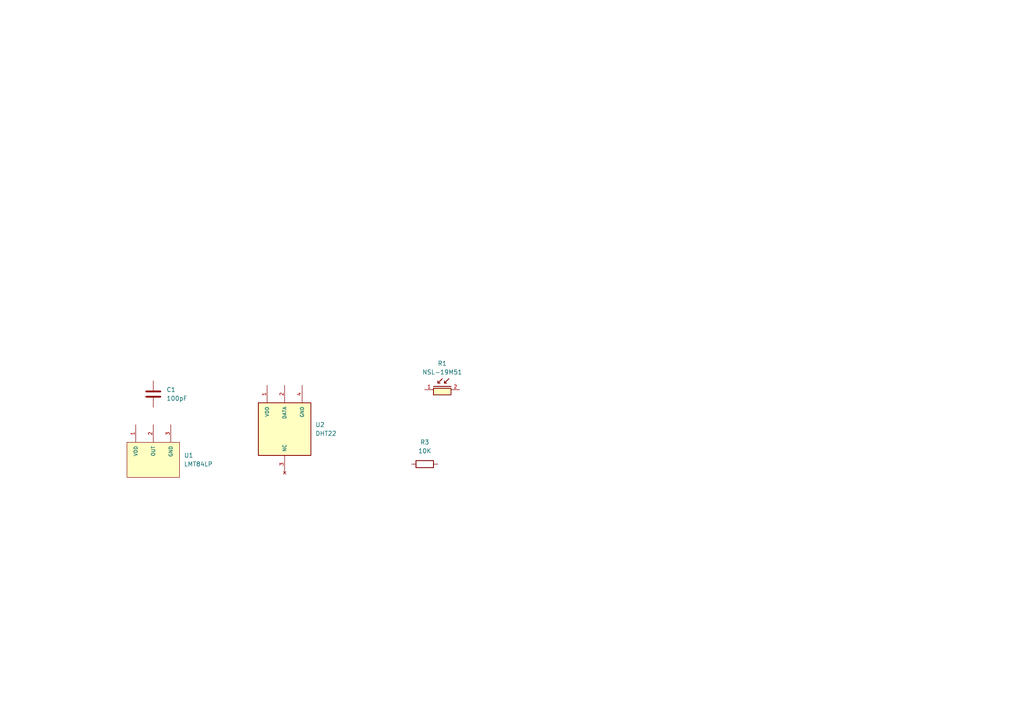
<source format=kicad_sch>
(kicad_sch
	(version 20250114)
	(generator "eeschema")
	(generator_version "9.0")
	(uuid "82e76da5-0746-4626-9683-a3fc5414fa7c")
	(paper "A4")
	(lib_symbols
		(symbol "DHT22:DHT22"
			(pin_names
				(offset 1.016)
			)
			(exclude_from_sim no)
			(in_bom yes)
			(on_board yes)
			(property "Reference" "U"
				(at -7.62 8.382 0)
				(effects
					(font
						(size 1.27 1.27)
					)
					(justify left bottom)
				)
			)
			(property "Value" "DHT22"
				(at -7.62 -10.16 0)
				(effects
					(font
						(size 1.27 1.27)
					)
					(justify left bottom)
				)
			)
			(property "Footprint" "DHT22:XDCR_DHT22"
				(at 0 0 0)
				(effects
					(font
						(size 1.27 1.27)
					)
					(justify bottom)
					(hide yes)
				)
			)
			(property "Datasheet" ""
				(at 0 0 0)
				(effects
					(font
						(size 1.27 1.27)
					)
					(hide yes)
				)
			)
			(property "Description" ""
				(at 0 0 0)
				(effects
					(font
						(size 1.27 1.27)
					)
					(hide yes)
				)
			)
			(property "MF" "Aosong Electronics"
				(at 0 0 0)
				(effects
					(font
						(size 1.27 1.27)
					)
					(justify bottom)
					(hide yes)
				)
			)
			(property "MAXIMUM_PACKAGE_HEIGHT" "7.8 mm"
				(at 0 0 0)
				(effects
					(font
						(size 1.27 1.27)
					)
					(justify bottom)
					(hide yes)
				)
			)
			(property "CREATOR" "KARTHIK"
				(at 0 0 0)
				(effects
					(font
						(size 1.27 1.27)
					)
					(justify bottom)
					(hide yes)
				)
			)
			(property "Price" "None"
				(at 0 0 0)
				(effects
					(font
						(size 1.27 1.27)
					)
					(justify bottom)
					(hide yes)
				)
			)
			(property "Package" "Package"
				(at 0 0 0)
				(effects
					(font
						(size 1.27 1.27)
					)
					(justify bottom)
					(hide yes)
				)
			)
			(property "Check_prices" "https://www.snapeda.com/parts/DHT22/Aosong+Electronics/view-part/?ref=eda"
				(at 0 0 0)
				(effects
					(font
						(size 1.27 1.27)
					)
					(justify bottom)
					(hide yes)
				)
			)
			(property "STANDARD" "IPC-7351B"
				(at 0 0 0)
				(effects
					(font
						(size 1.27 1.27)
					)
					(justify bottom)
					(hide yes)
				)
			)
			(property "SnapEDA_Link" "https://www.snapeda.com/parts/DHT22/Aosong+Electronics/view-part/?ref=snap"
				(at 0 0 0)
				(effects
					(font
						(size 1.27 1.27)
					)
					(justify bottom)
					(hide yes)
				)
			)
			(property "MP" "DHT22"
				(at 0 0 0)
				(effects
					(font
						(size 1.27 1.27)
					)
					(justify bottom)
					(hide yes)
				)
			)
			(property "Description_1" "Capacitive-type humidity and temperature module/sensor"
				(at 0 0 0)
				(effects
					(font
						(size 1.27 1.27)
					)
					(justify bottom)
					(hide yes)
				)
			)
			(property "Availability" "Not in stock"
				(at 0 0 0)
				(effects
					(font
						(size 1.27 1.27)
					)
					(justify bottom)
					(hide yes)
				)
			)
			(property "MANUFACTURER" "Aosong Electronics"
				(at 0 0 0)
				(effects
					(font
						(size 1.27 1.27)
					)
					(justify bottom)
					(hide yes)
				)
			)
			(symbol "DHT22_0_0"
				(rectangle
					(start -7.62 -7.62)
					(end 7.62 7.62)
					(stroke
						(width 0.254)
						(type default)
					)
					(fill
						(type background)
					)
				)
				(pin no_connect line
					(at -12.7 0 0)
					(length 5.08)
					(name "NC"
						(effects
							(font
								(size 1.016 1.016)
							)
						)
					)
					(number "3"
						(effects
							(font
								(size 1.016 1.016)
							)
						)
					)
				)
				(pin power_in line
					(at 12.7 5.08 180)
					(length 5.08)
					(name "VDD"
						(effects
							(font
								(size 1.016 1.016)
							)
						)
					)
					(number "1"
						(effects
							(font
								(size 1.016 1.016)
							)
						)
					)
				)
				(pin bidirectional line
					(at 12.7 0 180)
					(length 5.08)
					(name "DATA"
						(effects
							(font
								(size 1.016 1.016)
							)
						)
					)
					(number "2"
						(effects
							(font
								(size 1.016 1.016)
							)
						)
					)
				)
				(pin power_in line
					(at 12.7 -5.08 180)
					(length 5.08)
					(name "GND"
						(effects
							(font
								(size 1.016 1.016)
							)
						)
					)
					(number "4"
						(effects
							(font
								(size 1.016 1.016)
							)
						)
					)
				)
			)
			(embedded_fonts no)
		)
		(symbol "Device:C"
			(pin_numbers
				(hide yes)
			)
			(pin_names
				(offset 0.254)
			)
			(exclude_from_sim no)
			(in_bom yes)
			(on_board yes)
			(property "Reference" "C"
				(at 0.635 2.54 0)
				(effects
					(font
						(size 1.27 1.27)
					)
					(justify left)
				)
			)
			(property "Value" "C"
				(at 0.635 -2.54 0)
				(effects
					(font
						(size 1.27 1.27)
					)
					(justify left)
				)
			)
			(property "Footprint" ""
				(at 0.9652 -3.81 0)
				(effects
					(font
						(size 1.27 1.27)
					)
					(hide yes)
				)
			)
			(property "Datasheet" "~"
				(at 0 0 0)
				(effects
					(font
						(size 1.27 1.27)
					)
					(hide yes)
				)
			)
			(property "Description" "Unpolarized capacitor"
				(at 0 0 0)
				(effects
					(font
						(size 1.27 1.27)
					)
					(hide yes)
				)
			)
			(property "ki_keywords" "cap capacitor"
				(at 0 0 0)
				(effects
					(font
						(size 1.27 1.27)
					)
					(hide yes)
				)
			)
			(property "ki_fp_filters" "C_*"
				(at 0 0 0)
				(effects
					(font
						(size 1.27 1.27)
					)
					(hide yes)
				)
			)
			(symbol "C_0_1"
				(polyline
					(pts
						(xy -2.032 0.762) (xy 2.032 0.762)
					)
					(stroke
						(width 0.508)
						(type default)
					)
					(fill
						(type none)
					)
				)
				(polyline
					(pts
						(xy -2.032 -0.762) (xy 2.032 -0.762)
					)
					(stroke
						(width 0.508)
						(type default)
					)
					(fill
						(type none)
					)
				)
			)
			(symbol "C_1_1"
				(pin passive line
					(at 0 3.81 270)
					(length 2.794)
					(name "~"
						(effects
							(font
								(size 1.27 1.27)
							)
						)
					)
					(number "1"
						(effects
							(font
								(size 1.27 1.27)
							)
						)
					)
				)
				(pin passive line
					(at 0 -3.81 90)
					(length 2.794)
					(name "~"
						(effects
							(font
								(size 1.27 1.27)
							)
						)
					)
					(number "2"
						(effects
							(font
								(size 1.27 1.27)
							)
						)
					)
				)
			)
			(embedded_fonts no)
		)
		(symbol "Device:R"
			(pin_numbers
				(hide yes)
			)
			(pin_names
				(offset 0)
			)
			(exclude_from_sim no)
			(in_bom yes)
			(on_board yes)
			(property "Reference" "R"
				(at 2.032 0 90)
				(effects
					(font
						(size 1.27 1.27)
					)
				)
			)
			(property "Value" "R"
				(at 0 0 90)
				(effects
					(font
						(size 1.27 1.27)
					)
				)
			)
			(property "Footprint" ""
				(at -1.778 0 90)
				(effects
					(font
						(size 1.27 1.27)
					)
					(hide yes)
				)
			)
			(property "Datasheet" "~"
				(at 0 0 0)
				(effects
					(font
						(size 1.27 1.27)
					)
					(hide yes)
				)
			)
			(property "Description" "Resistor"
				(at 0 0 0)
				(effects
					(font
						(size 1.27 1.27)
					)
					(hide yes)
				)
			)
			(property "ki_keywords" "R res resistor"
				(at 0 0 0)
				(effects
					(font
						(size 1.27 1.27)
					)
					(hide yes)
				)
			)
			(property "ki_fp_filters" "R_*"
				(at 0 0 0)
				(effects
					(font
						(size 1.27 1.27)
					)
					(hide yes)
				)
			)
			(symbol "R_0_1"
				(rectangle
					(start -1.016 -2.54)
					(end 1.016 2.54)
					(stroke
						(width 0.254)
						(type default)
					)
					(fill
						(type none)
					)
				)
			)
			(symbol "R_1_1"
				(pin passive line
					(at 0 3.81 270)
					(length 1.27)
					(name "~"
						(effects
							(font
								(size 1.27 1.27)
							)
						)
					)
					(number "1"
						(effects
							(font
								(size 1.27 1.27)
							)
						)
					)
				)
				(pin passive line
					(at 0 -3.81 90)
					(length 1.27)
					(name "~"
						(effects
							(font
								(size 1.27 1.27)
							)
						)
					)
					(number "2"
						(effects
							(font
								(size 1.27 1.27)
							)
						)
					)
				)
			)
			(embedded_fonts no)
		)
		(symbol "LMT84LP:LMT84LP"
			(pin_names
				(offset 1.016)
			)
			(exclude_from_sim no)
			(in_bom yes)
			(on_board yes)
			(property "Reference" "U"
				(at -5.08 8.128 0)
				(effects
					(font
						(size 1.27 1.27)
					)
					(justify left bottom)
				)
			)
			(property "Value" "LMT84LP"
				(at -5.08 -10.16 0)
				(effects
					(font
						(size 1.27 1.27)
					)
					(justify left bottom)
				)
			)
			(property "Footprint" "LMT84LP:TO92127P521H1034-3"
				(at 0 0 0)
				(effects
					(font
						(size 1.27 1.27)
					)
					(justify bottom)
					(hide yes)
				)
			)
			(property "Datasheet" ""
				(at 0 0 0)
				(effects
					(font
						(size 1.27 1.27)
					)
					(hide yes)
				)
			)
			(property "Description" ""
				(at 0 0 0)
				(effects
					(font
						(size 1.27 1.27)
					)
					(hide yes)
				)
			)
			(property "MF" "Texas Instruments"
				(at 0 0 0)
				(effects
					(font
						(size 1.27 1.27)
					)
					(justify bottom)
					(hide yes)
				)
			)
			(property "MAXIMUM_PACKAGE_HEIGHT" "7.88mm"
				(at 0 0 0)
				(effects
					(font
						(size 1.27 1.27)
					)
					(justify bottom)
					(hide yes)
				)
			)
			(property "Package" "TO-92-3 Texas Instruments"
				(at 0 0 0)
				(effects
					(font
						(size 1.27 1.27)
					)
					(justify bottom)
					(hide yes)
				)
			)
			(property "Price" "None"
				(at 0 0 0)
				(effects
					(font
						(size 1.27 1.27)
					)
					(justify bottom)
					(hide yes)
				)
			)
			(property "Check_prices" "https://www.snapeda.com/parts/LMT84LP/Texas+Instruments/view-part/?ref=eda"
				(at 0 0 0)
				(effects
					(font
						(size 1.27 1.27)
					)
					(justify bottom)
					(hide yes)
				)
			)
			(property "STANDARD" "IPC-7351B"
				(at 0 0 0)
				(effects
					(font
						(size 1.27 1.27)
					)
					(justify bottom)
					(hide yes)
				)
			)
			(property "PARTREV" "4215214/B"
				(at 0 0 0)
				(effects
					(font
						(size 1.27 1.27)
					)
					(justify bottom)
					(hide yes)
				)
			)
			(property "SnapEDA_Link" "https://www.snapeda.com/parts/LMT84LP/Texas+Instruments/view-part/?ref=snap"
				(at 0 0 0)
				(effects
					(font
						(size 1.27 1.27)
					)
					(justify bottom)
					(hide yes)
				)
			)
			(property "MP" "LMT84LP"
				(at 0 0 0)
				(effects
					(font
						(size 1.27 1.27)
					)
					(justify bottom)
					(hide yes)
				)
			)
			(property "Description_1" "1.5V-Capable, 10 uA Analog Output Temperature Sensor in SC70 and TO-92"
				(at 0 0 0)
				(effects
					(font
						(size 1.27 1.27)
					)
					(justify bottom)
					(hide yes)
				)
			)
			(property "Availability" "In Stock"
				(at 0 0 0)
				(effects
					(font
						(size 1.27 1.27)
					)
					(justify bottom)
					(hide yes)
				)
			)
			(property "MANUFACTURER" "Texas Instruments"
				(at 0 0 0)
				(effects
					(font
						(size 1.27 1.27)
					)
					(justify bottom)
					(hide yes)
				)
			)
			(symbol "LMT84LP_0_0"
				(rectangle
					(start -5.08 -7.62)
					(end 5.08 7.62)
					(stroke
						(width 0.1524)
						(type default)
					)
					(fill
						(type background)
					)
				)
				(pin power_in line
					(at 10.16 5.08 180)
					(length 5.08)
					(name "VDD"
						(effects
							(font
								(size 1.016 1.016)
							)
						)
					)
					(number "1"
						(effects
							(font
								(size 1.016 1.016)
							)
						)
					)
				)
				(pin output line
					(at 10.16 0 180)
					(length 5.08)
					(name "OUT"
						(effects
							(font
								(size 1.016 1.016)
							)
						)
					)
					(number "2"
						(effects
							(font
								(size 1.016 1.016)
							)
						)
					)
				)
				(pin power_in line
					(at 10.16 -5.08 180)
					(length 5.08)
					(name "GND"
						(effects
							(font
								(size 1.016 1.016)
							)
						)
					)
					(number "3"
						(effects
							(font
								(size 1.016 1.016)
							)
						)
					)
				)
			)
			(embedded_fonts no)
		)
		(symbol "NSL-19M51:NSL-19M51"
			(pin_names
				(offset 1.016)
			)
			(exclude_from_sim no)
			(in_bom yes)
			(on_board yes)
			(property "Reference" "R"
				(at -2.863 -3.1811 0)
				(effects
					(font
						(size 1.27 1.27)
					)
					(justify left bottom)
				)
			)
			(property "Value" "NSL-19M51"
				(at -2.8646 -5.411 0)
				(effects
					(font
						(size 1.27 1.27)
					)
					(justify left bottom)
				)
			)
			(property "Footprint" "NSL-19M51:NSL_19M51"
				(at 0 0 0)
				(effects
					(font
						(size 1.27 1.27)
					)
					(justify bottom)
					(hide yes)
				)
			)
			(property "Datasheet" ""
				(at 0 0 0)
				(effects
					(font
						(size 1.27 1.27)
					)
					(hide yes)
				)
			)
			(property "Description" ""
				(at 0 0 0)
				(effects
					(font
						(size 1.27 1.27)
					)
					(hide yes)
				)
			)
			(property "MF" "Advanced Photonix"
				(at 0 0 0)
				(effects
					(font
						(size 1.27 1.27)
					)
					(justify bottom)
					(hide yes)
				)
			)
			(property "Description_1" "CdS Cells 550nm 20 ~ 100kOhms @ 10 lux"
				(at 0 0 0)
				(effects
					(font
						(size 1.27 1.27)
					)
					(justify bottom)
					(hide yes)
				)
			)
			(property "Package" "Radial Advanced Photonix"
				(at 0 0 0)
				(effects
					(font
						(size 1.27 1.27)
					)
					(justify bottom)
					(hide yes)
				)
			)
			(property "Price" "None"
				(at 0 0 0)
				(effects
					(font
						(size 1.27 1.27)
					)
					(justify bottom)
					(hide yes)
				)
			)
			(property "SnapEDA_Link" "https://www.snapeda.com/parts/NSL-19M51/Advanced+Photonix/view-part/?ref=snap"
				(at 0 0 0)
				(effects
					(font
						(size 1.27 1.27)
					)
					(justify bottom)
					(hide yes)
				)
			)
			(property "MP" "NSL-19M51"
				(at 0 0 0)
				(effects
					(font
						(size 1.27 1.27)
					)
					(justify bottom)
					(hide yes)
				)
			)
			(property "Availability" "In Stock"
				(at 0 0 0)
				(effects
					(font
						(size 1.27 1.27)
					)
					(justify bottom)
					(hide yes)
				)
			)
			(property "Check_prices" "https://www.snapeda.com/parts/NSL-19M51/Advanced+Photonix/view-part/?ref=eda"
				(at 0 0 0)
				(effects
					(font
						(size 1.27 1.27)
					)
					(justify bottom)
					(hide yes)
				)
			)
			(symbol "NSL-19M51_0_0"
				(polyline
					(pts
						(xy -2.54 0.9525) (xy 2.54 0.9525)
					)
					(stroke
						(width 0.254)
						(type default)
					)
					(fill
						(type none)
					)
				)
				(rectangle
					(start -2.54 -1.4968)
					(end 2.54 0.4082)
					(stroke
						(width 0.254)
						(type default)
					)
					(fill
						(type background)
					)
				)
				(polyline
					(pts
						(xy -1.27 1.905) (xy -1.27 2.54)
					)
					(stroke
						(width 0.25)
						(type default)
					)
					(fill
						(type none)
					)
				)
				(polyline
					(pts
						(xy -1.27 1.905) (xy -0.635 1.905)
					)
					(stroke
						(width 0.25)
						(type default)
					)
					(fill
						(type none)
					)
				)
				(polyline
					(pts
						(xy 0 3.175) (xy -1.27 1.905)
					)
					(stroke
						(width 0.25)
						(type default)
					)
					(fill
						(type none)
					)
				)
				(polyline
					(pts
						(xy 0.635 1.905) (xy 0.635 2.54)
					)
					(stroke
						(width 0.25)
						(type default)
					)
					(fill
						(type none)
					)
				)
				(polyline
					(pts
						(xy 0.635 1.905) (xy 1.27 1.905)
					)
					(stroke
						(width 0.25)
						(type default)
					)
					(fill
						(type none)
					)
				)
				(polyline
					(pts
						(xy 1.905 3.175) (xy 0.635 1.905)
					)
					(stroke
						(width 0.25)
						(type default)
					)
					(fill
						(type none)
					)
				)
				(pin passive line
					(at -5.08 0 0)
					(length 2.54)
					(name "~"
						(effects
							(font
								(size 1.016 1.016)
							)
						)
					)
					(number "1"
						(effects
							(font
								(size 1.016 1.016)
							)
						)
					)
				)
				(pin passive line
					(at 5.08 0 180)
					(length 2.54)
					(name "~"
						(effects
							(font
								(size 1.016 1.016)
							)
						)
					)
					(number "2"
						(effects
							(font
								(size 1.016 1.016)
							)
						)
					)
				)
			)
			(embedded_fonts no)
		)
	)
	(symbol
		(lib_id "Device:R")
		(at 123.19 134.62 90)
		(unit 1)
		(exclude_from_sim no)
		(in_bom yes)
		(on_board yes)
		(dnp no)
		(fields_autoplaced yes)
		(uuid "51309247-7107-4c16-973d-18fc09bbe5d2")
		(property "Reference" "R3"
			(at 123.19 128.27 90)
			(effects
				(font
					(size 1.27 1.27)
				)
			)
		)
		(property "Value" "10K"
			(at 123.19 130.81 90)
			(effects
				(font
					(size 1.27 1.27)
				)
			)
		)
		(property "Footprint" "Resistor_THT:R_Axial_DIN0207_L6.3mm_D2.5mm_P7.62mm_Horizontal"
			(at 123.19 136.398 90)
			(effects
				(font
					(size 1.27 1.27)
				)
				(hide yes)
			)
		)
		(property "Datasheet" "~"
			(at 123.19 134.62 0)
			(effects
				(font
					(size 1.27 1.27)
				)
				(hide yes)
			)
		)
		(property "Description" "Resistor"
			(at 123.19 134.62 0)
			(effects
				(font
					(size 1.27 1.27)
				)
				(hide yes)
			)
		)
		(pin "2"
			(uuid "f1aac17e-f432-4236-808d-99cb4395ee5d")
		)
		(pin "1"
			(uuid "2c4ce854-a8cd-4944-b6de-0ff91185e73f")
		)
		(instances
			(project "3rd Yrs Project"
				(path "/82e76da5-0746-4626-9683-a3fc5414fa7c"
					(reference "R3")
					(unit 1)
				)
			)
		)
	)
	(symbol
		(lib_id "DHT22:DHT22")
		(at 82.55 124.46 90)
		(unit 1)
		(exclude_from_sim no)
		(in_bom yes)
		(on_board yes)
		(dnp no)
		(fields_autoplaced yes)
		(uuid "54a6bff3-b42a-4bac-a374-6229f9e6d92c")
		(property "Reference" "U2"
			(at 91.44 123.1899 90)
			(effects
				(font
					(size 1.27 1.27)
				)
				(justify right)
			)
		)
		(property "Value" "DHT22"
			(at 91.44 125.7299 90)
			(effects
				(font
					(size 1.27 1.27)
				)
				(justify right)
			)
		)
		(property "Footprint" "DHT22:XDCR_DHT22"
			(at 82.55 124.46 0)
			(effects
				(font
					(size 1.27 1.27)
				)
				(justify bottom)
				(hide yes)
			)
		)
		(property "Datasheet" ""
			(at 82.55 124.46 0)
			(effects
				(font
					(size 1.27 1.27)
				)
				(hide yes)
			)
		)
		(property "Description" ""
			(at 82.55 124.46 0)
			(effects
				(font
					(size 1.27 1.27)
				)
				(hide yes)
			)
		)
		(property "MF" "Aosong Electronics"
			(at 82.55 124.46 0)
			(effects
				(font
					(size 1.27 1.27)
				)
				(justify bottom)
				(hide yes)
			)
		)
		(property "MAXIMUM_PACKAGE_HEIGHT" "7.8 mm"
			(at 82.55 124.46 0)
			(effects
				(font
					(size 1.27 1.27)
				)
				(justify bottom)
				(hide yes)
			)
		)
		(property "CREATOR" "KARTHIK"
			(at 82.55 124.46 0)
			(effects
				(font
					(size 1.27 1.27)
				)
				(justify bottom)
				(hide yes)
			)
		)
		(property "Price" "None"
			(at 82.55 124.46 0)
			(effects
				(font
					(size 1.27 1.27)
				)
				(justify bottom)
				(hide yes)
			)
		)
		(property "Package" "Package"
			(at 82.55 124.46 0)
			(effects
				(font
					(size 1.27 1.27)
				)
				(justify bottom)
				(hide yes)
			)
		)
		(property "Check_prices" "https://www.snapeda.com/parts/DHT22/Aosong+Electronics/view-part/?ref=eda"
			(at 82.55 124.46 0)
			(effects
				(font
					(size 1.27 1.27)
				)
				(justify bottom)
				(hide yes)
			)
		)
		(property "STANDARD" "IPC-7351B"
			(at 82.55 124.46 0)
			(effects
				(font
					(size 1.27 1.27)
				)
				(justify bottom)
				(hide yes)
			)
		)
		(property "SnapEDA_Link" "https://www.snapeda.com/parts/DHT22/Aosong+Electronics/view-part/?ref=snap"
			(at 82.55 124.46 0)
			(effects
				(font
					(size 1.27 1.27)
				)
				(justify bottom)
				(hide yes)
			)
		)
		(property "MP" "DHT22"
			(at 82.55 124.46 0)
			(effects
				(font
					(size 1.27 1.27)
				)
				(justify bottom)
				(hide yes)
			)
		)
		(property "Description_1" "Capacitive-type humidity and temperature module/sensor"
			(at 82.55 124.46 0)
			(effects
				(font
					(size 1.27 1.27)
				)
				(justify bottom)
				(hide yes)
			)
		)
		(property "Availability" "Not in stock"
			(at 82.55 124.46 0)
			(effects
				(font
					(size 1.27 1.27)
				)
				(justify bottom)
				(hide yes)
			)
		)
		(property "MANUFACTURER" "Aosong Electronics"
			(at 82.55 124.46 0)
			(effects
				(font
					(size 1.27 1.27)
				)
				(justify bottom)
				(hide yes)
			)
		)
		(pin "1"
			(uuid "5b10f7bf-d2fe-464b-bc96-fca65dea4fe8")
		)
		(pin "2"
			(uuid "7238f997-debc-4168-bc8d-38b24f1201b4")
		)
		(pin "3"
			(uuid "498b66c5-6942-4490-b0c9-c352b1cc1357")
		)
		(pin "4"
			(uuid "54482128-0681-44ff-a63b-392400117df8")
		)
		(instances
			(project ""
				(path "/82e76da5-0746-4626-9683-a3fc5414fa7c"
					(reference "U2")
					(unit 1)
				)
			)
		)
	)
	(symbol
		(lib_id "NSL-19M51:NSL-19M51")
		(at 128.27 113.03 0)
		(unit 1)
		(exclude_from_sim no)
		(in_bom yes)
		(on_board yes)
		(dnp no)
		(fields_autoplaced yes)
		(uuid "6001abff-bfda-448b-8526-acbe4b9a40dd")
		(property "Reference" "R1"
			(at 128.27 105.41 0)
			(effects
				(font
					(size 1.27 1.27)
				)
			)
		)
		(property "Value" "NSL-19M51"
			(at 128.27 107.95 0)
			(effects
				(font
					(size 1.27 1.27)
				)
			)
		)
		(property "Footprint" "NSL-19M51:NSL_19M51"
			(at 128.27 113.03 0)
			(effects
				(font
					(size 1.27 1.27)
				)
				(justify bottom)
				(hide yes)
			)
		)
		(property "Datasheet" ""
			(at 128.27 113.03 0)
			(effects
				(font
					(size 1.27 1.27)
				)
				(hide yes)
			)
		)
		(property "Description" ""
			(at 128.27 113.03 0)
			(effects
				(font
					(size 1.27 1.27)
				)
				(hide yes)
			)
		)
		(property "MF" "Advanced Photonix"
			(at 128.27 113.03 0)
			(effects
				(font
					(size 1.27 1.27)
				)
				(justify bottom)
				(hide yes)
			)
		)
		(property "Description_1" "CdS Cells 550nm 20 ~ 100kOhms @ 10 lux"
			(at 128.27 113.03 0)
			(effects
				(font
					(size 1.27 1.27)
				)
				(justify bottom)
				(hide yes)
			)
		)
		(property "Package" "Radial Advanced Photonix"
			(at 128.27 113.03 0)
			(effects
				(font
					(size 1.27 1.27)
				)
				(justify bottom)
				(hide yes)
			)
		)
		(property "Price" "None"
			(at 128.27 113.03 0)
			(effects
				(font
					(size 1.27 1.27)
				)
				(justify bottom)
				(hide yes)
			)
		)
		(property "SnapEDA_Link" "https://www.snapeda.com/parts/NSL-19M51/Advanced+Photonix/view-part/?ref=snap"
			(at 128.27 113.03 0)
			(effects
				(font
					(size 1.27 1.27)
				)
				(justify bottom)
				(hide yes)
			)
		)
		(property "MP" "NSL-19M51"
			(at 128.27 113.03 0)
			(effects
				(font
					(size 1.27 1.27)
				)
				(justify bottom)
				(hide yes)
			)
		)
		(property "Availability" "In Stock"
			(at 128.27 113.03 0)
			(effects
				(font
					(size 1.27 1.27)
				)
				(justify bottom)
				(hide yes)
			)
		)
		(property "Check_prices" "https://www.snapeda.com/parts/NSL-19M51/Advanced+Photonix/view-part/?ref=eda"
			(at 128.27 113.03 0)
			(effects
				(font
					(size 1.27 1.27)
				)
				(justify bottom)
				(hide yes)
			)
		)
		(pin "1"
			(uuid "55f5dade-bdc3-4a6b-8cad-5d8ee02b47e1")
		)
		(pin "2"
			(uuid "2123f5cd-3aa5-4549-8752-2d9bba67e422")
		)
		(instances
			(project "3rd Yrs Project"
				(path "/82e76da5-0746-4626-9683-a3fc5414fa7c"
					(reference "R1")
					(unit 1)
				)
			)
		)
	)
	(symbol
		(lib_id "LMT84LP:LMT84LP")
		(at 44.45 133.35 90)
		(unit 1)
		(exclude_from_sim no)
		(in_bom yes)
		(on_board yes)
		(dnp no)
		(fields_autoplaced yes)
		(uuid "7bdd6df2-cb4b-4fc5-bc81-df88fe91b60a")
		(property "Reference" "U1"
			(at 53.34 132.0799 90)
			(effects
				(font
					(size 1.27 1.27)
				)
				(justify right)
			)
		)
		(property "Value" "LMT84LP"
			(at 53.34 134.6199 90)
			(effects
				(font
					(size 1.27 1.27)
				)
				(justify right)
			)
		)
		(property "Footprint" "LMT84LP:TO92127P521H1034-3"
			(at 44.45 133.35 0)
			(effects
				(font
					(size 1.27 1.27)
				)
				(justify bottom)
				(hide yes)
			)
		)
		(property "Datasheet" ""
			(at 44.45 133.35 0)
			(effects
				(font
					(size 1.27 1.27)
				)
				(hide yes)
			)
		)
		(property "Description" ""
			(at 44.45 133.35 0)
			(effects
				(font
					(size 1.27 1.27)
				)
				(hide yes)
			)
		)
		(property "MF" "Texas Instruments"
			(at 44.45 133.35 0)
			(effects
				(font
					(size 1.27 1.27)
				)
				(justify bottom)
				(hide yes)
			)
		)
		(property "MAXIMUM_PACKAGE_HEIGHT" "7.88mm"
			(at 44.45 133.35 0)
			(effects
				(font
					(size 1.27 1.27)
				)
				(justify bottom)
				(hide yes)
			)
		)
		(property "Package" "TO-92-3 Texas Instruments"
			(at 44.45 133.35 0)
			(effects
				(font
					(size 1.27 1.27)
				)
				(justify bottom)
				(hide yes)
			)
		)
		(property "Price" "None"
			(at 44.45 133.35 0)
			(effects
				(font
					(size 1.27 1.27)
				)
				(justify bottom)
				(hide yes)
			)
		)
		(property "Check_prices" "https://www.snapeda.com/parts/LMT84LP/Texas+Instruments/view-part/?ref=eda"
			(at 44.45 133.35 0)
			(effects
				(font
					(size 1.27 1.27)
				)
				(justify bottom)
				(hide yes)
			)
		)
		(property "STANDARD" "IPC-7351B"
			(at 44.45 133.35 0)
			(effects
				(font
					(size 1.27 1.27)
				)
				(justify bottom)
				(hide yes)
			)
		)
		(property "PARTREV" "4215214/B"
			(at 44.45 133.35 0)
			(effects
				(font
					(size 1.27 1.27)
				)
				(justify bottom)
				(hide yes)
			)
		)
		(property "SnapEDA_Link" "https://www.snapeda.com/parts/LMT84LP/Texas+Instruments/view-part/?ref=snap"
			(at 44.45 133.35 0)
			(effects
				(font
					(size 1.27 1.27)
				)
				(justify bottom)
				(hide yes)
			)
		)
		(property "MP" "LMT84LP"
			(at 44.45 133.35 0)
			(effects
				(font
					(size 1.27 1.27)
				)
				(justify bottom)
				(hide yes)
			)
		)
		(property "Description_1" "1.5V-Capable, 10 uA Analog Output Temperature Sensor in SC70 and TO-92"
			(at 44.45 133.35 0)
			(effects
				(font
					(size 1.27 1.27)
				)
				(justify bottom)
				(hide yes)
			)
		)
		(property "Availability" "In Stock"
			(at 44.45 133.35 0)
			(effects
				(font
					(size 1.27 1.27)
				)
				(justify bottom)
				(hide yes)
			)
		)
		(property "MANUFACTURER" "Texas Instruments"
			(at 44.45 133.35 0)
			(effects
				(font
					(size 1.27 1.27)
				)
				(justify bottom)
				(hide yes)
			)
		)
		(pin "3"
			(uuid "8d305d77-939c-49ee-99c0-9a267975c685")
		)
		(pin "1"
			(uuid "6c2a0fab-c7f2-42dd-a41b-2b225daaf189")
		)
		(pin "2"
			(uuid "9a10b6c9-7230-4759-9e2a-b3039ef781f5")
		)
		(instances
			(project ""
				(path "/82e76da5-0746-4626-9683-a3fc5414fa7c"
					(reference "U1")
					(unit 1)
				)
			)
		)
	)
	(symbol
		(lib_id "Device:C")
		(at 44.45 114.3 0)
		(unit 1)
		(exclude_from_sim no)
		(in_bom yes)
		(on_board yes)
		(dnp no)
		(fields_autoplaced yes)
		(uuid "959a3909-cdd5-4ff8-8715-88cab22d96bc")
		(property "Reference" "C1"
			(at 48.26 113.0299 0)
			(effects
				(font
					(size 1.27 1.27)
				)
				(justify left)
			)
		)
		(property "Value" "100pF"
			(at 48.26 115.5699 0)
			(effects
				(font
					(size 1.27 1.27)
				)
				(justify left)
			)
		)
		(property "Footprint" "Capacitor_THT:C_Disc_D5.0mm_W2.5mm_P5.00mm"
			(at 45.4152 118.11 0)
			(effects
				(font
					(size 1.27 1.27)
				)
				(hide yes)
			)
		)
		(property "Datasheet" "~"
			(at 44.45 114.3 0)
			(effects
				(font
					(size 1.27 1.27)
				)
				(hide yes)
			)
		)
		(property "Description" "Unpolarized capacitor"
			(at 44.45 114.3 0)
			(effects
				(font
					(size 1.27 1.27)
				)
				(hide yes)
			)
		)
		(pin "1"
			(uuid "31176d3f-51ba-45bc-90b7-422fedc00399")
		)
		(pin "2"
			(uuid "3fe84747-f222-47af-9682-c1f0ebb9d6ab")
		)
		(instances
			(project ""
				(path "/82e76da5-0746-4626-9683-a3fc5414fa7c"
					(reference "C1")
					(unit 1)
				)
			)
		)
	)
	(sheet_instances
		(path "/"
			(page "1")
		)
	)
	(embedded_fonts no)
)

</source>
